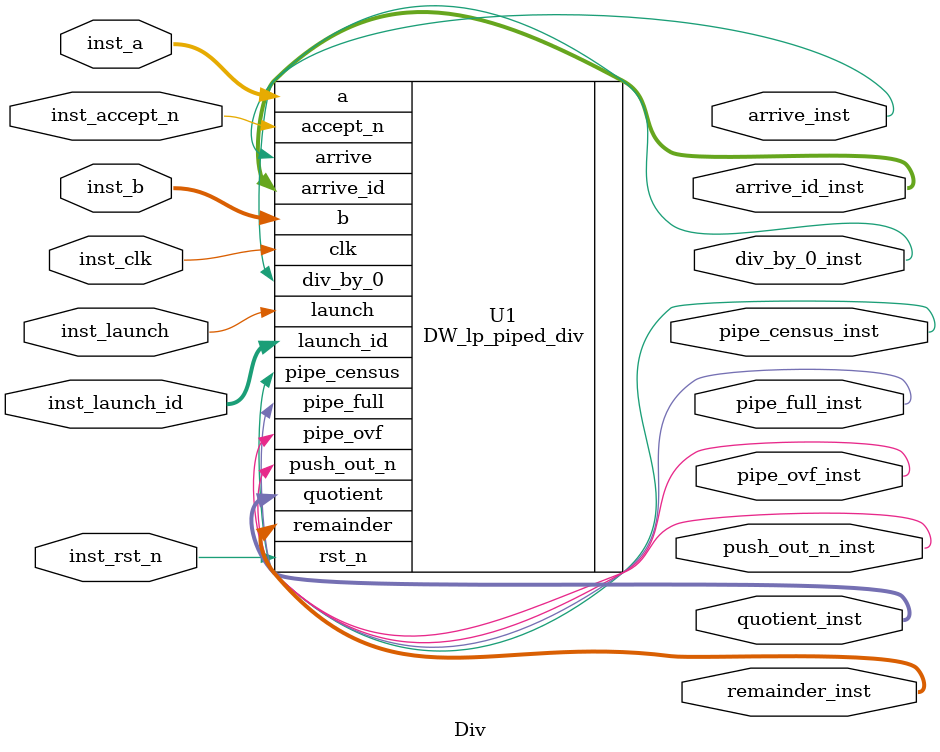
<source format=v>
module Div( inst_clk,
inst_rst_n,
inst_a,
inst_b,
quotient_inst,
remainder_inst,
div_by_0_inst,
inst_launch,
inst_launch_id,
pipe_full_inst,
pipe_ovf_inst,
inst_accept_n,
arrive_inst,
arrive_id_inst,
push_out_n_inst,
pipe_census_inst );


parameter a_width = 24;
parameter b_width = 16;
parameter id_width = 8;
parameter in_reg = 0;
parameter stages = 1;
parameter out_reg = 1;
parameter tc_mode = 1;
parameter rst_mode = 0;
parameter rem_mode = 1;
parameter op_iso_mode = 0;
`define m 1
`define bit_width_m 1
input inst_clk;
input inst_rst_n;
input [a_width-1 : 0] inst_a;
input [b_width-1 : 0] inst_b;
output [a_width-1 : 0] quotient_inst;
output [b_width-1 : 0] remainder_inst;
output div_by_0_inst;
input inst_launch;
input [id_width-1 : 0] inst_launch_id;
output pipe_full_inst;
output pipe_ovf_inst;
input inst_accept_n;
output arrive_inst;
output [id_width-1 : 0] arrive_id_inst;
output push_out_n_inst;
output [`bit_width_m-1 : 0] pipe_census_inst;
// Instance of DW_lp_piped_div
DW_lp_piped_div #(a_width,
b_width,
id_width,
in_reg,
stages,
out_reg,
tc_mode,
rst_mode,
rem_mode,
op_iso_mode)
U1 ( .clk(inst_clk),
.rst_n(inst_rst_n),
.a(inst_a),
.b(inst_b),
.quotient(quotient_inst),
.remainder(remainder_inst),
.div_by_0(div_by_0_inst),
.launch(inst_launch),
.launch_id(inst_launch_id),
.pipe_full(pipe_full_inst),
.pipe_ovf(pipe_ovf_inst),
.accept_n(inst_accept_n),
.arrive(arrive_inst),
.arrive_id(arrive_id_inst),
.push_out_n(push_out_n_inst),
.pipe_census(pipe_census_inst) );

endmodule


</source>
